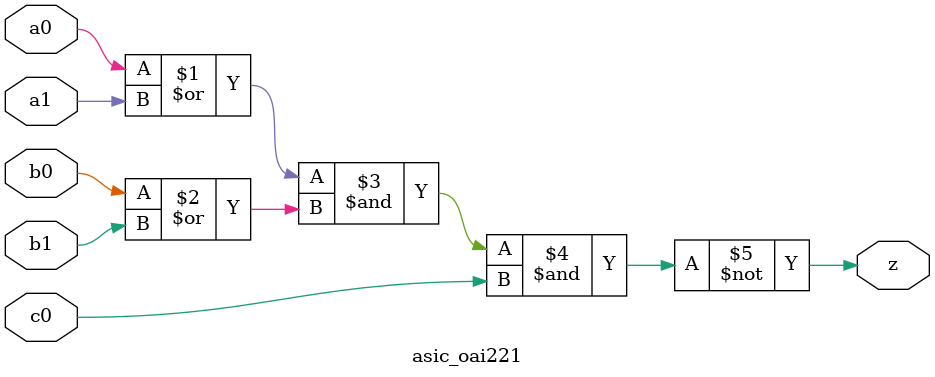
<source format=v>
module asic_oai221(	// file.cleaned.mlir:2:3
  input  a0,	// file.cleaned.mlir:2:29
         a1,	// file.cleaned.mlir:2:42
         b0,	// file.cleaned.mlir:2:55
         b1,	// file.cleaned.mlir:2:68
         c0,	// file.cleaned.mlir:2:81
  output z	// file.cleaned.mlir:2:95
);

  assign z = ~((a0 | a1) & (b0 | b1) & c0);	// file.cleaned.mlir:4:10, :5:10, :6:10, :7:10, :8:5
endmodule


</source>
